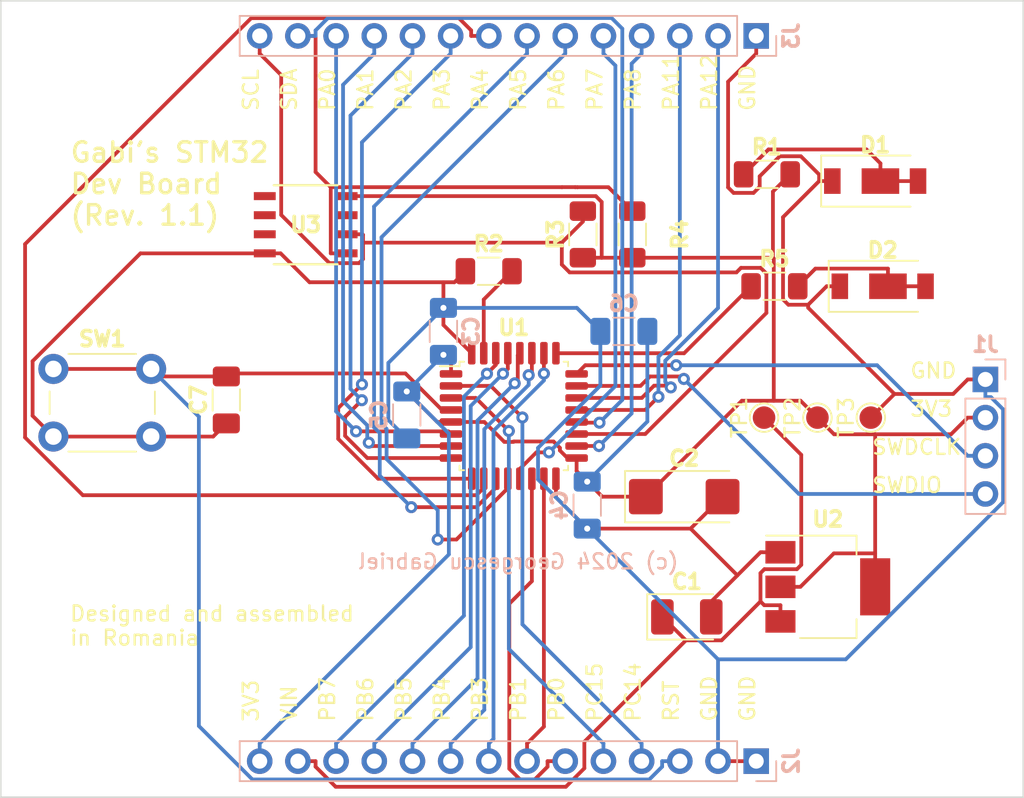
<source format=kicad_pcb>
(kicad_pcb (version 20221018) (generator pcbnew)
  (title_block (title "Gabi's STM32 Dev Board") (date "2024-04-07") (rev "1.0"))
  (layers (0 "F.Cu" signal) (31 "B.Cu" signal) (34 "B.Paste" user) (35 "F.Paste" user) (36 "B.SilkS" user "B.Silkscreen") (37 "F.SilkS" user "F.Silkscreen") (38 "B.Mask" user) (39 "F.Mask" user) (44 "Edge.Cuts" user))
  (net 0 "")
  (net 1 "VIN")
  (net 2 "GND")
  (net 3 "+3.3V")
  (net 4 "NRST")
  (net 5 "Net-(D1-A)")
  (net 6 "Net-(D2-A)")
  (net 7 "SWDCLK")
  (net 8 "SWDIO")
  (net 9 "Net-(J2-Pin_4)")
  (net 10 "Net-(J2-Pin_5)")
  (net 11 "Net-(J2-Pin_6)")
  (net 12 "Net-(J2-Pin_7)")
  (net 13 "Net-(J2-Pin_8)")
  (net 14 "Net-(J2-Pin_9)")
  (net 15 "Net-(J2-Pin_10)")
  (net 16 "Net-(J2-Pin_11)")
  (net 17 "Net-(J2-Pin_12)")
  (net 18 "PA12")
  (net 19 "PA11")
  (net 20 "PA8")
  (net 21 "PA7")
  (net 22 "PA6")
  (net 23 "Net-(J3-Pin_7)")
  (net 24 "Net-(J3-Pin_8)")
  (net 25 "Net-(J3-Pin_9)")
  (net 26 "Net-(J3-Pin_10)")
  (net 27 "Net-(J3-Pin_11)")
  (net 28 "Net-(J3-Pin_12)")
  (net 29 "SDA")
  (net 30 "SCL")
  (net 31 "Net-(U1-PH3)")
  (net 32 "Net-(U1-PA15)")
  (footprint "Resistor_SMD:R_1206_3216Metric_Pad1.30x1.75mm_HandSolder" (layer "F.Cu") (at 130.71 66.55 90)
    (fp_text reference "R3")
    (fp_text value "2k2" hide)
  )
  (footprint "TestPoint:TestPoint_Pad_D1.5mm" (layer "F.Cu") (at 142.76 78.74 90)
    (fp_text reference "TP1")
    (fp_text value "VIN_TP" hide)
  )
  (footprint "ST EEPROM:SO8N_4X5X1P27_STM" (layer "F.Cu") (at 112.2787 65.905)
    (fp_text reference "U3")
    (fp_text value "M24256E-FMN6TP" hide)
  )
  (footprint "Resistor_SMD:R_1206_3216Metric_Pad1.30x1.75mm_HandSolder" (layer "F.Cu") (at 124.45 69)
    (fp_text reference "R2")
    (fp_text value "10k" hide)
  )
  (footprint "Capacitor_SMD:C_1206_3216Metric_Pad1.33x1.80mm_HandSolder" (layer "F.Cu") (at 107 77.5625 90)
    (fp_text reference "C7")
    (fp_text value "100n" hide)
  )
  (footprint "Resistor_SMD:R_1206_3216Metric_Pad1.30x1.75mm_HandSolder" (layer "F.Cu") (at 143.45 70)
    (fp_text reference "R5")
    (fp_text value "220R" hide)
  )
  (footprint "TestPoint:TestPoint_Pad_D1.5mm" (layer "F.Cu") (at 146.31 78.74 90)
    (fp_text reference "TP2")
    (fp_text value "3V3_TP" hide)
  )
  (footprint "Capacitor_Tantalum_SMD:CP_EIA-3528-21_Kemet-B_Pad1.50x2.35mm_HandSolder" (layer "F.Cu") (at 137.625 92)
    (fp_text reference "C1")
    (fp_text value "10uF" hide)
  )
  (footprint "TestPoint:TestPoint_Pad_D1.5mm" (layer "F.Cu") (at 149.86 78.74 90)
    (fp_text reference "TP3")
    (fp_text value "GND_TP" hide)
  )
  (footprint "Resistor_SMD:R_1206_3216Metric_Pad1.30x1.75mm_HandSolder" (layer "F.Cu") (at 142.95 62.55)
    (fp_text reference "R1")
    (fp_text value "220R" hide)
  )
  (footprint "Package_TO_SOT_SMD:SOT-223-3_TabPin2" (layer "F.Cu") (at 147 90)
    (fp_text reference "U2")
    (fp_text value "AMS1117-3.3" hide)
  )
  (footprint "Capacitor_Tantalum_SMD:CP_EIA-6032-28_Kemet-C_Pad2.25x2.35mm_HandSolder" (layer "F.Cu") (at 137.45 84)
    (fp_text reference "C2")
    (fp_text value "22uF" hide)
  )
  (footprint "LED_SMD:LED_Yuji_5730" (layer "F.Cu") (at 150.15 63)
    (fp_text reference "D1")
    (fp_text value "GREEN_LED" hide)
  )
  (footprint "Button_Switch_THT:SW_PUSH_6mm_H9.5mm" (layer "F.Cu") (at 95.5 75.5)
    (fp_text reference "SW1")
    (fp_text value "RST_SW")
  )
  (footprint "Package_QFP:LQFP-32_7x7mm_P0.8mm" (layer "F.Cu") (at 126.12 78.63)
    (fp_text reference "U1")
    (fp_text value "STM32L412KBTx" hide)
  )
  (footprint "Resistor_SMD:R_1206_3216Metric_Pad1.30x1.75mm_HandSolder" (layer "F.Cu") (at 134 66.55 90)
    (fp_text reference "R4")
    (fp_text value "2k2" hide)
  )
  (footprint "LED_SMD:LED_Yuji_5730" (layer "F.Cu") (at 150.65 70)
    (fp_text reference "D2")
    (fp_text value "LED" hide)
  )
  (footprint "Connector_PinHeader_2.54mm:PinHeader_1x14_P2.54mm_Vertical" (layer "B.Cu") (at 142.24 101.6 90)
    (fp_text reference "J2")
    (fp_text value "Left_conn" hide)
  )
  (footprint "Connector_PinHeader_2.54mm:PinHeader_1x14_P2.54mm_Vertical" (layer "B.Cu") (at 142.24 53.34 90)
    (fp_text reference "J3")
    (fp_text value "Right_conn" hide)
  )
  (footprint "Capacitor_SMD:C_1206_3216Metric_Pad1.33x1.80mm_HandSolder" (layer "B.Cu") (at 119 78.5625 -90)
    (fp_text reference "C5")
    (fp_text value "100n" hide)
  )
  (footprint "Capacitor_SMD:C_1206_3216Metric_Pad1.33x1.80mm_HandSolder" (layer "B.Cu") (at 121.4375 73 90)
    (fp_text reference "C3")
    (fp_text value "100n" hide)
  )
  (footprint "Capacitor_SMD:C_1206_3216Metric_Pad1.33x1.80mm_HandSolder" (layer "B.Cu") (at 131 84.5625 -90)
    (fp_text reference "C4")
    (fp_text value "100n" hide)
  )
  (footprint "Capacitor_SMD:C_1206_3216Metric_Pad1.33x1.80mm_HandSolder" (layer "B.Cu") (at 133.4375 73 180)
    (fp_text reference "C6")
    (fp_text value "4.7u" hide)
  )
  (footprint "Connector_PinHeader_2.54mm:PinHeader_1x04_P2.54mm_Vertical" (layer "B.Cu") (at 157.48 76.2 180)
    (fp_text reference "J1")
    (fp_text value "Debug_Header" hide)
  )
  (gr_rect (start 92 51) (end 160 104) (stroke (width 0.1)) (fill none) (layer "Edge.Cuts"))
  (gr_text "(c) 2024 Georgescu Gabriel" (at 137.16 88.9) (layer "B.SilkS") (effects (font (size 1 1) (thickness 0.155)) (justify left bottom mirror)))
  (gr_text "PA0" (at 114.3 58.42 90) (layer "F.SilkS") (effects (font (size 1 1) (thickness 0.153)) (justify left bottom)))
  (gr_text "PA8" (at 134.62 58.42 90) (layer "F.SilkS") (effects (font (size 1 1) (thickness 0.153)) (justify left bottom)))
  (gr_text "PA1" (at 116.84 58.42 90) (layer "F.SilkS") (effects (font (size 1 1) (thickness 0.153)) (justify left bottom)))
  (gr_text "PA5" (at 127 58.42 90) (layer "F.SilkS") (effects (font (size 1 1) (thickness 0.153)) (justify left bottom)))
  (gr_text "PA2" (at 119.38 58.42 90) (layer "F.SilkS") (effects (font (size 1 1) (thickness 0.153)) (justify left bottom)))
  (gr_text "PA11" (at 137.16 58.42 90) (layer "F.SilkS") (effects (font (size 1 1) (thickness 0.153)) (justify left bottom)))
  (gr_text "PB7" (at 114.3 99.06 90) (layer "F.SilkS") (effects (font (size 1 1) (thickness 0.153)) (justify left bottom)))
  (gr_text "PA3" (at 121.92 58.42 90) (layer "F.SilkS") (effects (font (size 1 1) (thickness 0.153)) (justify left bottom)))
  (gr_text "PA4" (at 124.46 58.42 90) (layer "F.SilkS") (effects (font (size 1 1) (thickness 0.153)) (justify left bottom)))
  (gr_text "PB4" (at 121.92 99.06 90) (layer "F.SilkS") (effects (font (size 1 1) (thickness 0.153)) (justify left bottom)))
  (gr_text "SCL" (at 109.22 58.42 90) (layer "F.SilkS") (effects (font (size 1 1) (thickness 0.153)) (justify left bottom)))
  (gr_text "Designed and assembled \nin Romania" (at 96.52 93.98) (layer "F.SilkS") (effects (font (size 1 1) (thickness 0.155)) (justify left bottom)))
  (gr_text "GND" (at 139.7 99.06 90) (layer "F.SilkS") (effects (font (size 1 1) (thickness 0.153)) (justify left bottom)))
  (gr_text "3V3" (at 152.4 78.74) (layer "F.SilkS") (effects (font (size 1 1) (thickness 0.153)) (justify left bottom)))
  (gr_text "PA7" (at 132.08 58.42 90) (layer "F.SilkS") (effects (font (size 1 1) (thickness 0.153)) (justify left bottom)))
  (gr_text "SWDIO" (at 149.86 83.82) (layer "F.SilkS") (effects (font (size 1 1) (thickness 0.153)) (justify left bottom)))
  (gr_text "PB1" (at 127 99.06 90) (layer "F.SilkS") (effects (font (size 1 1) (thickness 0.153)) (justify left bottom)))
  (gr_text "PB5" (at 119.38 99.06 90) (layer "F.SilkS") (effects (font (size 1 1) (thickness 0.153)) (justify left bottom)))
  (gr_text "PB6" (at 116.84 99.06 90) (layer "F.SilkS") (effects (font (size 1 1) (thickness 0.153)) (justify left bottom)))
  (gr_text "Gabi's STM32 \nDev Board \n(Rev. 1.1)" (at 96.52 66.04) (layer "F.SilkS") (effects (font (size 1.3 1.3) (thickness 0.22) bold) (justify left bottom)))
  (gr_text "SDA" (at 111.76 58.42 90) (layer "F.SilkS") (effects (font (size 1 1) (thickness 0.153)) (justify left bottom)))
  (gr_text "GND" (at 142.24 99.06 90) (layer "F.SilkS") (effects (font (size 1 1) (thickness 0.153)) (justify left bottom)))
  (gr_text "RST" (at 137.16 99.06 90) (layer "F.SilkS") (effects (font (size 1 1) (thickness 0.154)) (justify left bottom)))
  (gr_text "PB3" (at 124.46 99.06 90) (layer "F.SilkS") (effects (font (size 1 1) (thickness 0.153)) (justify left bottom)))
  (gr_text "GND" (at 152.4 76.2) (layer "F.SilkS") (effects (font (size 1 1) (thickness 0.153)) (justify left bottom)))
  (gr_text "VIN" (at 111.76 99.06 90) (layer "F.SilkS") (effects (font (size 1 1) (thickness 0.153)) (justify left bottom)))
  (gr_text "PB0" (at 129.54 99.06 90) (layer "F.SilkS") (effects (font (size 1 1) (thickness 0.153)) (justify left bottom)))
  (gr_text "PA12" (at 139.7 58.42 90) (layer "F.SilkS") (effects (font (size 1 1) (thickness 0.153)) (justify left bottom)))
  (gr_text "PC14" (at 134.62 99.06 90) (layer "F.SilkS") (effects (font (size 1 1) (thickness 0.153)) (justify left bottom)))
  (gr_text "PC15" (at 132.08 99.06 90) (layer "F.SilkS") (effects (font (size 1 1) (thickness 0.153)) (justify left bottom)))
  (gr_text "SWDCLK" (at 149.86 81.28) (layer "F.SilkS") (effects (font (size 1 1) (thickness 0.153)) (justify left bottom)))
  (gr_text "PA6" (at 129.54 58.42 90) (layer "F.SilkS") (effects (font (size 1 1) (thickness 0.153)) (justify left bottom)))
  (gr_text "3V3" (at 109.22 99.06 90) (layer "F.SilkS") (effects (font (size 1 1) (thickness 0.153)) (justify left bottom)))
  (gr_text "GND" (at 142.24 58.42 90) (layer "F.SilkS") (effects (font (size 1 1) (thickness 0.153)) (justify left bottom)))
  (segment (start 112.9369 101.6) (end 112.9369 101.9678) (width 0.25) (layer "F.Cu") (net 1))
  (segment (start 142.5231 90.9731) (end 142.5231 89.0853) (width 0.25) (layer "F.Cu") (net 1))
  (segment (start 142.7731 91.2231) (end 142.5231 90.9731) (width 0.25) (layer "F.Cu") (net 1))
  (segment (start 143.85 91.2231) (end 142.7731 91.2231) (width 0.25) (layer "F.Cu") (net 1))
  (segment (start 112.9369 101.9678) (end 114.2737 103.3046) (width 0.25) (layer "F.Cu") (net 1))
  (segment (start 137.5607 93.5607) (end 139.9355 93.5607) (width 0.25) (layer "F.Cu") (net 1))
  (segment (start 129.5795 103.3046) (end 130.81 102.0741) (width 0.25) (layer "F.Cu") (net 1))
  (segment (start 143.85 92.3) (end 143.85 91.2231) (width 0.25) (layer "F.Cu") (net 1))
  (segment (start 114.2737 103.3046) (end 129.5795 103.3046) (width 0.25) (layer "F.Cu") (net 1))
  (segment (start 111.76 101.6) (end 112.9369 101.6) (width 0.25) (layer "F.Cu") (net 1))
  (segment (start 145.2346 81.2146) (end 142.76 78.74) (width 0.25) (layer "F.Cu") (net 1))
  (segment (start 130.81 102.0741) (end 130.81 100.3114) (width 0.25) (layer "F.Cu") (net 1))
  (segment (start 145.2346 88.5357) (end 145.2346 81.2146) (width 0.25) (layer "F.Cu") (net 1))
  (segment (start 144.9457 88.8246) (end 145.2346 88.5357) (width 0.25) (layer "F.Cu") (net 1))
  (segment (start 142.5231 89.0853) (end 142.7838 88.8246) (width 0.25) (layer "F.Cu") (net 1))
  (segment (start 142.7838 88.8246) (end 144.9457 88.8246) (width 0.25) (layer "F.Cu") (net 1))
  (segment (start 130.81 100.3114) (end 137.5607 93.5607) (width 0.25) (layer "F.Cu") (net 1))
  (segment (start 139.9355 93.5607) (end 142.5231 90.9731) (width 0.25) (layer "F.Cu") (net 1))
  (segment (start 136 92) (end 137.5607 93.5607) (width 0.25) (layer "F.Cu") (net 1))
  (segment (start 146.4231 62.5624) (end 146.4231 63) (width 0.25) (layer "F.Cu") (net 2))
  (segment (start 123.32 74.455) (end 121.438 72.5725) (width 0.25) (layer "F.Cu") (net 2))
  (segment (start 145.6952 71.4287) (end 151.4332 77.1667) (width 0.25) (layer "F.Cu") (net 2))
  (segment (start 101.2906 67.81) (end 94.118 74.9826) (width 0.25) (layer "F.Cu") (net 2))
  (segment (start 144.022 65.4011) (end 146.4231 63) (width 0.25) (layer "F.Cu") (net 2))
  (segment (start 144.3776 71.2279) (end 144.022 70.8723) (width 0.25) (layer "F.Cu") (net 2))
  (segment (start 145.6952 71.2279) (end 145.6952 71.4287) (width 0.25) (layer "F.Cu") (net 2))
  (segment (start 121.438 72.5725) (end 121.438 71.4375) (width 0.25) (layer "F.Cu") (net 2))
  (segment (start 121.438 69.731) (end 121.438 71.4375) (width 0.25) (layer "F.Cu") (net 2))
  (segment (start 122.9 69) (end 122.169 69.731) (width 0.25) (layer "F.Cu") (net 2))
  (segment (start 145.6952 71.2279) (end 146.9231 70) (width 0.25) (layer "F.Cu") (net 2))
  (segment (start 151.4332 77.1667) (end 151.4332 77.1668) (width 0.25) (layer "F.Cu") (net 2))
  (segment (start 140.3687 56.3882) (end 140.3687 63.4219) (width 0.25) (layer "F.Cu") (net 2))
  (segment (start 143.85 87.7) (end 142.6365 87.7) (width 0.25) (layer "F.Cu") (net 2))
  (segment (start 139.25 90.9746) (end 139.25 92) (width 0.25) (layer "F.Cu") (net 2))
  (segment (start 140 84) (end 137.875 86.125) (width 0.25) (layer "F.Cu") (net 2))
  (segment (start 131 86.125) (end 137.875 86.125) (width 0.25) (layer "F.Cu") (net 2))
  (segment (start 109.5574 67.81) (end 110.6117 67.81) (width 0.25) (layer "F.Cu") (net 2))
  (segment (start 139.7 101.6) (end 142.24 101.6) (width 0.25) (layer "F.Cu") (net 2))
  (segment (start 140.3687 63.4219) (end 140.7334 63.7866) (width 0.25) (layer "F.Cu") (net 2))
  (segment (start 107 79.125) (end 106.125 80) (width 0.25) (layer "F.Cu") (net 2))
  (segment (start 142.4709 62.6805) (end 143.8043 61.3471) (width 0.25) (layer "F.Cu") (net 2))
  (segment (start 157.48 76.2) (end 156.3031 76.2) (width 0.25) (layer "F.Cu") (net 2))
  (segment (start 109.5574 67.81) (end 101.2906 67.81) (width 0.25) (layer "F.Cu") (net 2))
  (segment (start 143.8043 61.3471) (end 145.2078 61.3471) (width 0.25) (layer "F.Cu") (net 2))
  (segment (start 102 80) (end 95.5 80) (width 0.25) (layer "F.Cu") (net 2))
  (segment (start 144.022 70.8723) (end 144.022 65.4011) (width 0.25) (layer "F.Cu") (net 2))
  (segment (start 121.438 69.731) (end 112.5327 69.731) (width 0.25) (layer "F.Cu") (net 2))
  (segment (start 145.6952 71.2279) (end 144.3776 71.2279) (width 0.25) (layer "F.Cu") (net 2))
  (segment (start 151.4332 77.1667) (end 155.3364 77.1667) (width 0.25) (layer "F.Cu") (net 2))
  (segment (start 145.2078 61.3471) (end 146.4231 62.5624) (width 0.25) (layer "F.Cu") (net 2))
  (segment (start 142.5246 87.7) (end 140.9873 89.2373) (width 0.25) (layer "F.Cu") (net 2))
  (segment (start 106.125 80) (end 102 80) (width 0.25) (layer "F.Cu") (net 2))
  (segment (start 140.7334 63.7866) (end 142.0606 63.7866) (width 0.25) (layer "F.Cu") (net 2))
  (segment (start 112.5327 69.731) (end 110.6117 67.81) (width 0.25) (layer "F.Cu") (net 2))
  (segment (start 94.118 74.9826) (end 94.118 78.618) (width 0.25) (layer "F.Cu") (net 2))
  (segment (start 142.0606 63.7866) (end 142.4709 63.3763) (width 0.25) (layer "F.Cu") (net 2))
  (segment (start 147.8 70) (end 146.9231 70) (width 0.25) (layer "F.Cu") (net 2))
  (segment (start 147.3 63) (end 146.4231 63) (width 0.25) (layer "F.Cu") (net 2))
  (segment (start 142.24 53.34) (end 142.24 54.5169) (width 0.25) (layer "F.Cu") (net 2))
  (segment (start 142.24 54.5169) (end 140.3687 56.3882) (width 0.25) (layer "F.Cu") (net 2))
  (segment (start 151.4332 77.1668) (end 149.86 78.74) (width 0.25) (layer "F.Cu") (net 2))
  (segment (start 140.9873 89.2373) (end 139.25 90.9746) (width 0.25) (layer "F.Cu") (net 2))
  (segment (start 155.3364 77.1667) (end 156.3031 76.2) (width 0.25) (layer "F.Cu") (net 2))
  (segment (start 128.92 84.045) (end 131 86.125) (width 0.25) (layer "F.Cu") (net 2))
  (segment (start 137.875 86.125) (end 140.9873 89.2373) (width 0.25) (layer "F.Cu") (net 2))
  (segment (start 94.118 78.618) (end 95.5 80) (width 0.25) (layer "F.Cu") (net 2))
  (segment (start 122.169 69.731) (end 121.438 69.731) (width 0.25) (layer "F.Cu") (net 2))
  (segment (start 142.6365 87.7) (end 142.5246 87.7) (width 0.25) (layer "F.Cu") (net 2))
  (segment (start 128.92 82.805) (end 128.92 84.045) (width 0.25) (layer "F.Cu") (net 2))
  (segment (start 142.4709 63.3763) (end 142.4709 62.6805) (width 0.25) (layer "F.Cu") (net 2))
  (via (at 121.438 71.4375) (size 0.8) (drill 0.4) (layers "F.Cu" "B.Cu") (net 2))
  (via (at 131 86.125) (size 0.8) (drill 0.4) (layers "F.Cu" "B.Cu") (net 2))
  (segment (start 117.775 78.9) (end 117.775 75.1) (width 0.25) (layer "B.Cu") (net 2))
  (segment (start 131.875 73) (end 130.312 71.4375) (width 0.25) (layer "B.Cu") (net 2))
  (segment (start 157.8479 77.3769) (end 157.48 77.3769) (width 0.25) (layer "B.Cu") (net 2))
  (segment (start 119 80.125) (end 117.775 78.9) (width 0.25) (layer "B.Cu") (net 2))
  (segment (start 127.7302 82.8552) (end 127.7302 80.751) (width 0.25) (layer "B.Cu") (net 2))
  (segment (start 158.6569 78.1859) (end 157.8479 77.3769) (width 0.25) (layer "B.Cu") (net 2))
  (segment (start 157.48 76.2) (end 157.48 77.3769) (width 0.25) (layer "B.Cu") (net 2))
  (segment (start 139.7 101.6) (end 139.7 100.4231) (width 0.25) (layer "B.Cu") (net 2))
  (segment (start 127.7302 80.751) (end 131.875 76.6062) (width 0.25) (layer "B.Cu") (net 2))
  (segment (start 121.4375 71.4375) (end 121.438 71.4375) (width 0.25) (layer "B.Cu") (net 2))
  (segment (start 158.6569 84.3629) (end 158.6569 78.1859) (width 0.25) (layer "B.Cu") (net 2))
  (segment (start 139.7 100.4231) (end 139.7 94.825) (width 0.25) (layer "B.Cu") (net 2))
  (segment (start 139.7 94.825) (end 148.1948 94.825) (width 0.25) (layer "B.Cu") (net 2))
  (segment (start 131.875 76.6062) (end 131.875 73) (width 0.25) (layer "B.Cu") (net 2))
  (segment (start 139.7 94.825) (end 131 86.125) (width 0.25) (layer "B.Cu") (net 2))
  (segment (start 117.775 75.1) (end 121.438 71.4375) (width 0.25) (layer "B.Cu") (net 2))
  (segment (start 148.1948 94.825) (end 158.6569 84.3629) (width 0.25) (layer "B.Cu") (net 2))
  (segment (start 131 86.125) (end 127.7302 82.8552) (width 0.25) (layer "B.Cu") (net 2))
  (segment (start 130.312 71.4375) (end 121.438 71.4375) (width 0.25) (layer "B.Cu") (net 2))
  (segment (start 150.15 79.8486) (end 150.15 87.7731) (width 0.25) (layer "F.Cu") (net 3))
  (segment (start 143.4064 77.6182) (end 145.1882 77.6182) (width 0.25) (layer "F.Cu") (net 3))
  (segment (start 145.1882 77.6182) (end 146.31 78.74) (width 0.25) (layer "F.Cu") (net 3))
  (segment (start 150.15 90) (end 150.15 87.7731) (width 0.25) (layer "F.Cu") (net 3))
  (segment (start 125.487 80.3557) (end 124.1613 79.03) (width 0.25) (layer "F.Cu") (net 3))
  (segment (start 128.7583 80.3266) (end 126.1182 80.3266) (width 0.25) (layer "F.Cu") (net 3))
  (segment (start 150.15 79.8486) (end 155.1945 79.8486) (width 0.25) (layer "F.Cu") (net 3))
  (segment (start 130.295 81.43) (end 130.295 82.295) (width 0.25) (layer "F.Cu") (net 3))
  (segment (start 130.295 81.43) (end 129.688 81.43) (width 0.25) (layer "F.Cu") (net 3))
  (segment (start 121.03 79.03) (end 119 77) (width 0.25) (layer "F.Cu") (net 3))
  (segment (start 126.0891 80.3557) (end 125.487 80.3557) (width 0.25) (layer "F.Cu") (net 3))
  (segment (start 131.5729 64) (end 115.0001 64) (width 0.25) (layer "F.Cu") (net 3))
  (segment (start 147.4038 87.7731) (end 145.1769 90) (width 0.25) (layer "F.Cu") (net 3))
  (segment (start 146.31 78.74) (end 147.4186 79.8486) (width 0.25) (layer "F.Cu") (net 3))
  (segment (start 129.1841 80.9261) (end 129.1841 80.7524) (width 0.25) (layer "F.Cu") (net 3))
  (segment (start 132 84) (end 134.9 84) (width 0.25) (layer "F.Cu") (net 3))
  (segment (start 147.4186 79.8486) (end 150.15 79.8486) (width 0.25) (layer "F.Cu") (net 3))
  (segment (start 126.1182 80.3266) (end 126.0891 80.3557) (width 0.25) (layer "F.Cu") (net 3))
  (segment (start 131 83) (end 132 84) (width 0.25) (layer "F.Cu") (net 3))
  (segment (start 134.9 84) (end 141.2818 77.6182) (width 0.25) (layer "F.Cu") (net 3))
  (segment (start 121.945 75.07) (end 121.438 74.5625) (width 0.25) (layer "F.Cu") (net 3))
  (segment (start 141.2818 77.6182) (end 143.4064 77.6182) (width 0.25) (layer "F.Cu") (net 3))
  (segment (start 131.9639 64.391) (end 131.5729 64) (width 0.25) (layer "F.Cu") (net 3))
  (segment (start 131.9639 68.1) (end 131.9639 64.391) (width 0.25) (layer "F.Cu") (net 3))
  (segment (start 129.688 81.43) (end 129.1841 80.9261) (width 0.25) (layer "F.Cu") (net 3))
  (segment (start 143.3513 63.6987) (end 144.5 62.55) (width 0.25) (layer "F.Cu") (net 3))
  (segment (start 143.3513 68.1) (end 143.3513 63.6987) (width 0.25) (layer "F.Cu") (net 3))
  (segment (start 124.1613 79.03) (end 121.945 79.03) (width 0.25) (layer "F.Cu") (net 3))
  (segment (start 121.945 79.03) (end 121.03 79.03) (width 0.25) (layer "F.Cu") (net 3))
  (segment (start 131.9639 68.1) (end 130.71 68.1) (width 0.25) (layer "F.Cu") (net 3))
  (segment (start 129.1841 80.7524) (end 128.7583 80.3266) (width 0.25) (layer "F.Cu") (net 3))
  (segment (start 143.3513 68.1) (end 134 68.1) (width 0.25) (layer "F.Cu") (net 3))
  (segment (start 150.15 87.7731) (end 147.4038 87.7731) (width 0.25) (layer "F.Cu") (net 3))
  (segment (start 143.85 90) (end 145.1769 90) (width 0.25) (layer "F.Cu") (net 3))
  (segment (start 134 68.1) (end 131.9639 68.1) (width 0.25) (layer "F.Cu") (net 3))
  (segment (start 155.1945 79.8486) (end 156.3031 78.74) (width 0.25) (layer "F.Cu") (net 3))
  (segment (start 130.295 82.295) (end 131 83) (width 0.25) (layer "F.Cu") (net 3))
  (segment (start 143.4064 68.1551) (end 143.4064 77.6182) (width 0.25) (layer "F.Cu") (net 3))
  (segment (start 121.945 75.83) (end 121.945 75.07) (width 0.25) (layer "F.Cu") (net 3))
  (segment (start 157.48 78.74) (end 156.3031 78.74) (width 0.25) (layer "F.Cu") (net 3))
  (segment (start 143.3513 68.1) (end 143.4064 68.1551) (width 0.25) (layer "F.Cu") (net 3))
  (via (at 131 83) (size 0.8) (drill 0.4) (layers "F.Cu" "B.Cu") (net 3))
  (via (at 121.438 74.5625) (size 0.8) (drill 0.4) (layers "F.Cu" "B.Cu") (net 3))
  (via (at 119 77) (size 0.8) (drill 0.4) (layers "F.Cu" "B.Cu") (net 3))
  (segment (start 119 77) (end 121.7993 79.7993) (width 0.25) (layer "B.Cu") (net 3))
  (segment (start 119 77) (end 121.4375 74.5625) (width 0.25) (layer "B.Cu") (net 3))
  (segment (start 121.438 74.5625) (end 121.4375 74.5625) (width 0.25) (layer "B.Cu") (net 3))
  (segment (start 109.22 101.6) (end 109.22 100.4231) (width 0.25) (layer "B.Cu") (net 3))
  (segment (start 121.7993 79.7993) (end 121.7993 87.8438) (width 0.25) (layer "B.Cu") (net 3))
  (segment (start 131 83) (end 135 79) (width 0.25) (layer "B.Cu") (net 3))
  (segment (start 121.7993 87.8438) (end 109.22 100.4231) (width 0.25) (layer "B.Cu") (net 3))
  (segment (start 135 79) (end 135 73) (width 0.25) (layer "B.Cu") (net 3))
  (segment (start 118.9124 75.8003) (end 107.1997 75.8003) (width 0.25) (layer "F.Cu") (net 4))
  (segment (start 121.945 78.23) (end 121.3421 78.23) (width 0.25) (layer "F.Cu") (net 4))
  (segment (start 121.3421 78.23) (end 118.9124 75.8003) (width 0.25) (layer "F.Cu") (net 4))
  (segment (start 107 76) (end 102.5 76) (width 0.25) (layer "F.Cu") (net 4))
  (segment (start 107.1997 75.8003) (end 107 76) (width 0.25) (layer "F.Cu") (net 4))
  (segment (start 102 75.5) (end 95.5 75.5) (width 0.25) (layer "F.Cu") (net 4))
  (segment (start 102.5 76) (end 102 75.5) (width 0.25) (layer "F.Cu") (net 4))
  (segment (start 135.9831 101.9678) (end 135.1323 102.8186) (width 0.25) (layer "B.Cu") (net 4))
  (segment (start 105.1747 78.6746) (end 105.1746 78.6746) (width 0.25) (layer "B.Cu") (net 4))
  (segment (start 135.1323 102.8186) (end 108.7345 102.8186) (width 0.25) (layer "B.Cu") (net 4))
  (segment (start 105.1746 78.6746) (end 102 75.5) (width 0.25) (layer "B.Cu") (net 4))
  (segment (start 108.7345 102.8186) (end 105.1747 99.2588) (width 0.25) (layer "B.Cu") (net 4))
  (segment (start 137.16 101.6) (end 135.9831 101.6) (width 0.25) (layer "B.Cu") (net 4))
  (segment (start 135.9831 101.6) (end 135.9831 101.9678) (width 0.25) (layer "B.Cu") (net 4))
  (segment (start 105.1747 99.2588) (end 105.1747 78.6746) (width 0.25) (layer "B.Cu") (net 4))
  (segment (start 153 63) (end 150.5 63) (width 0.25) (layer "F.Cu") (net 5))
  (segment (start 150.5 61.8231) (end 149.5721 60.8952) (width 0.25) (layer "F.Cu") (net 5))
  (segment (start 149.5721 60.8952) (end 143.0548 60.8952) (width 0.25) (layer "F.Cu") (net 5))
  (segment (start 150.5 63) (end 150.5 61.8231) (width 0.25) (layer "F.Cu") (net 5))
  (segment (start 143.0548 60.8952) (end 141.4 62.55) (width 0.25) (layer "F.Cu") (net 5))
  (segment (start 151 70) (end 151 68.8231) (width 0.25) (layer "F.Cu") (net 6))
  (segment (start 146.1769 68.8231) (end 145 70) (width 0.25) (layer "F.Cu") (net 6))
  (segment (start 151 68.8231) (end 146.1769 68.8231) (width 0.25) (layer "F.Cu") (net 6))
  (segment (start 153.5 70) (end 151 70) (width 0.25) (layer "F.Cu") (net 6))
  (segment (start 130.8694 75.2556) (end 130.295 75.83) (width 0.25) (layer "F.Cu") (net 7))
  (segment (start 136.9182 75.2556) (end 130.8694 75.2556) (width 0.25) (layer "F.Cu") (net 7))
  (via (at 136.9182 75.2556) (size 0.8) (drill 0.4) (layers "F.Cu" "B.Cu") (net 7))
  (segment (start 157.48 81.28) (end 156.3031 81.28) (width 0.25) (layer "B.Cu") (net 7))
  (segment (start 150.2787 75.2556) (end 136.9182 75.2556) (width 0.25) (layer "B.Cu") (net 7))
  (segment (start 156.3031 81.28) (end 150.2787 75.2556) (width 0.25) (layer "B.Cu") (net 7))
  (segment (start 135.1722 76.0014) (end 134.5436 76.63) (width 0.25) (layer "F.Cu") (net 8))
  (segment (start 137.2614 76.0014) (end 135.1722 76.0014) (width 0.25) (layer "F.Cu") (net 8))
  (segment (start 134.5436 76.63) (end 130.295 76.63) (width 0.25) (layer "F.Cu") (net 8))
  (segment (start 137.4254 76.1654) (end 137.2614 76.0014) (width 0.25) (layer "F.Cu") (net 8))
  (via (at 137.4254 76.1654) (size 0.8) (drill 0.4) (layers "F.Cu" "B.Cu") (net 8))
  (segment (start 145.08 83.82) (end 137.4254 76.1654) (width 0.25) (layer "B.Cu") (net 8))
  (segment (start 157.48 83.82) (end 145.08 83.82) (width 0.25) (layer "B.Cu") (net 8))
  (segment (start 124.5895 76.63) (end 126.6907 78.7312) (width 0.25) (layer "F.Cu") (net 9))
  (segment (start 121.945 76.63) (end 124.5895 76.63) (width 0.25) (layer "F.Cu") (net 9))
  (via (at 126.6907 78.7312) (size 0.8) (drill 0.4) (layers "F.Cu" "B.Cu") (net 9))
  (segment (start 134.62 100.4231) (end 126.6907 92.4938) (width 0.25) (layer "B.Cu") (net 9))
  (segment (start 134.62 101.6) (end 134.62 100.4231) (width 0.25) (layer "B.Cu") (net 9))
  (segment (start 126.6907 92.4938) (end 126.6907 78.7312) (width 0.25) (layer "B.Cu") (net 9))
  (segment (start 125.788 79.6288) (end 123.5892 77.43) (width 0.25) (layer "F.Cu") (net 10))
  (segment (start 123.5892 77.43) (end 121.945 77.43) (width 0.25) (layer "F.Cu") (net 10))
  (via (at 125.788 79.6288) (size 0.8) (drill 0.4) (layers "F.Cu" "B.Cu") (net 10))
  (segment (start 132.08 100.4231) (end 125.788 94.1311) (width 0.25) (layer "B.Cu") (net 10))
  (segment (start 125.788 94.1311) (end 125.788 79.6288) (width 0.25) (layer "B.Cu") (net 10))
  (segment (start 132.08 101.6) (end 132.08 100.4231) (width 0.25) (layer "B.Cu") (net 10))
  (segment (start 129.54 101.6) (end 128.3631 101.6) (width 0.25) (layer "F.Cu") (net 11))
  (segment (start 128.3631 101.9678) (end 127.5145 102.8164) (width 0.25) (layer "F.Cu") (net 11))
  (segment (start 125.8186 91.1236) (end 127.32 89.6222) (width 0.25) (layer "F.Cu") (net 11))
  (segment (start 128.3631 101.6) (end 128.3631 101.9678) (width 0.25) (layer "F.Cu") (net 11))
  (segment (start 126.5311 102.8164) (end 125.8186 102.1039) (width 0.25) (layer "F.Cu") (net 11))
  (segment (start 125.8186 102.1039) (end 125.8186 91.1236) (width 0.25) (layer "F.Cu") (net 11))
  (segment (start 127.5145 102.8164) (end 126.5311 102.8164) (width 0.25) (layer "F.Cu") (net 11))
  (segment (start 127.32 89.6222) (end 127.32 82.805) (width 0.25) (layer "F.Cu") (net 11))
  (segment (start 127 100.4231) (end 128.12 99.3031) (width 0.25) (layer "F.Cu") (net 12))
  (segment (start 128.12 99.3031) (end 128.12 82.805) (width 0.25) (layer "F.Cu") (net 12))
  (segment (start 127 101.6) (end 127 100.4231) (width 0.25) (layer "F.Cu") (net 12))
  (segment (start 128.12 75.8091) (end 128.12 74.455) (width 0.25) (layer "F.Cu") (net 13))
  (via (at 128.12 75.8091) (size 0.8) (drill 0.4) (layers "F.Cu" "B.Cu") (net 13))
  (segment (start 124.46 100.4231) (end 124.7683 100.1148) (width 0.25) (layer "B.Cu") (net 13))
  (segment (start 124.46 101.6) (end 124.46 100.4231) (width 0.25) (layer "B.Cu") (net 13))
  (segment (start 128.12 76.2668) (end 128.12 75.8091) (width 0.25) (layer "B.Cu") (net 13))
  (segment (start 124.7683 79.6185) (end 128.12 76.2668) (width 0.25) (layer "B.Cu") (net 13))
  (segment (start 124.7683 100.1148) (end 124.7683 79.6185) (width 0.25) (layer "B.Cu") (net 13))
  (segment (start 127.32 74.455) (end 127.32 75.704) (width 0.25) (layer "F.Cu") (net 14))
  (segment (start 127.32 75.704) (end 127.1088 75.9152) (width 0.25) (layer "F.Cu") (net 14))
  (via (at 127.1088 75.9152) (size 0.8) (drill 0.4) (layers "F.Cu" "B.Cu") (net 14))
  (segment (start 124.1573 79.5125) (end 124.1573 98.1858) (width 0.25) (layer "B.Cu") (net 14))
  (segment (start 127.1088 76.561) (end 124.1573 79.5125) (width 0.25) (layer "B.Cu") (net 14))
  (segment (start 121.92 101.6) (end 121.92 100.4231) (width 0.25) (layer "B.Cu") (net 14))
  (segment (start 127.1088 75.9152) (end 127.1088 76.561) (width 0.25) (layer "B.Cu") (net 14))
  (segment (start 124.1573 98.1858) (end 121.92 100.4231) (width 0.25) (layer "B.Cu") (net 14))
  (segment (start 126.3819 76.2569) (end 126.1777 76.4611) (width 0.25) (layer "F.Cu") (net 15))
  (segment (start 126.3819 74.5931) (end 126.3819 76.2569) (width 0.25) (layer "F.Cu") (net 15))
  (segment (start 126.52 74.455) (end 126.3819 74.5931) (width 0.25) (layer "F.Cu") (net 15))
  (via (at 126.1777 76.4611) (size 0.8) (drill 0.4) (layers "F.Cu" "B.Cu") (net 15))
  (segment (start 123.7054 96.0977) (end 119.38 100.4231) (width 0.25) (layer "B.Cu") (net 15))
  (segment (start 123.7054 78.9334) (end 123.7054 96.0977) (width 0.25) (layer "B.Cu") (net 15))
  (segment (start 119.38 101.6) (end 119.38 100.4231) (width 0.25) (layer "B.Cu") (net 15))
  (segment (start 126.1777 76.4611) (end 123.7054 78.9334) (width 0.25) (layer "B.Cu") (net 15))
  (segment (start 125.72 75.4952) (end 125.3983 75.8169) (width 0.25) (layer "F.Cu") (net 16))
  (segment (start 125.72 74.455) (end 125.72 75.4952) (width 0.25) (layer "F.Cu") (net 16))
  (via (at 125.3983 75.8169) (size 0.8) (drill 0.4) (layers "F.Cu" "B.Cu") (net 16))
  (segment (start 123.2535 94.0096) (end 116.84 100.4231) (width 0.25) (layer "B.Cu") (net 16))
  (segment (start 116.84 101.6) (end 116.84 100.4231) (width 0.25) (layer "B.Cu") (net 16))
  (segment (start 125.3983 75.8169) (end 123.2535 77.9617) (width 0.25) (layer "B.Cu") (net 16))
  (segment (start 123.2535 77.9617) (end 123.2535 94.0096) (width 0.25) (layer "B.Cu") (net 16))
  (segment (start 124.92 75.23) (end 124.92 74.455) (width 0.25) (layer "F.Cu") (net 17))
  (segment (start 124.3332 75.8168) (end 124.92 75.23) (width 0.25) (layer "F.Cu") (net 17))
  (via (at 124.3332 75.8168) (size 0.8) (drill 0.4) (layers "F.Cu" "B.Cu") (net 17))
  (segment (start 122.8016 77.3484) (end 124.3332 75.8168) (width 0.25) (layer "B.Cu") (net 17))
  (segment (start 122.8016 91.9215) (end 122.8016 77.3484) (width 0.25) (layer "B.Cu") (net 17))
  (segment (start 114.3 100.4231) (end 122.8016 91.9215) (width 0.25) (layer "B.Cu") (net 17))
  (segment (start 114.3 101.6) (end 114.3 100.4231) (width 0.25) (layer "B.Cu") (net 17))
  (segment (start 135.4479 76.6119) (end 134.6298 77.43) (width 0.25) (layer "F.Cu") (net 18))
  (segment (start 136.4407 76.6119) (end 135.4479 76.6119) (width 0.25) (layer "F.Cu") (net 18))
  (segment (start 134.6298 77.43) (end 130.295 77.43) (width 0.25) (layer "F.Cu") (net 18))
  (segment (start 136.5571 76.7283) (end 136.4407 76.6119) (width 0.25) (layer "F.Cu") (net 18))
  (via (at 136.5571 76.7283) (size 0.8) (drill 0.4) (layers "F.Cu" "B.Cu") (net 18))
  (segment (start 139.7 71.4459) (end 136.1913 74.9546) (width 0.25) (layer "B.Cu") (net 18))
  (segment (start 139.7 53.34) (end 139.7 54.5169) (width 0.25) (layer "B.Cu") (net 18))
  (segment (start 136.1913 74.9546) (end 136.1913 76.3625) (width 0.25) (layer "B.Cu") (net 18))
  (segment (start 136.1913 76.3625) (end 136.5571 76.7283) (width 0.25) (layer "B.Cu") (net 18))
  (segment (start 139.7 54.5169) (end 139.7 71.4459) (width 0.25) (layer "B.Cu") (net 18))
  (segment (start 134.8577 78.23) (end 130.295 78.23) (width 0.25) (layer "F.Cu") (net 19))
  (segment (start 135.7374 77.3503) (end 134.8577 78.23) (width 0.25) (layer "F.Cu") (net 19))
  (via (at 135.7374 77.3503) (size 0.8) (drill 0.4) (layers "F.Cu" "B.Cu") (net 19))
  (segment (start 135.7374 74.6935) (end 135.7374 77.3503) (width 0.25) (layer "B.Cu") (net 19))
  (segment (start 137.16 54.5169) (end 137.16 73.2709) (width 0.25) (layer "B.Cu") (net 19))
  (segment (start 137.16 53.34) (end 137.16 54.5169) (width 0.25) (layer "B.Cu") (net 19))
  (segment (start 137.16 73.2709) (end 135.7374 74.6935) (width 0.25) (layer "B.Cu") (net 19))
  (segment (start 130.2975 80.6275) (end 130.295 80.63) (width 0.25) (layer "F.Cu") (net 20))
  (segment (start 131.7844 80.6275) (end 130.2975 80.6275) (width 0.25) (layer "F.Cu") (net 20))
  (via (at 131.7844 80.6275) (size 0.8) (drill 0.4) (layers "F.Cu" "B.Cu") (net 20))
  (segment (start 133.9546 78.4573) (end 131.7844 80.6275) (width 0.25) (layer "B.Cu") (net 20))
  (segment (start 134.62 53.34) (end 134.62 54.5169) (width 0.25) (layer "B.Cu") (net 20))
  (segment (start 134.62 54.5169) (end 133.9546 55.1823) (width 0.25) (layer "B.Cu") (net 20))
  (segment (start 133.9546 55.1823) (end 133.9546 78.4573) (width 0.25) (layer "B.Cu") (net 20))
  (segment (start 126.52 82.1502) (end 127.6167 81.0535) (width 0.25) (layer "F.Cu") (net 21))
  (segment (start 126.52 82.805) (end 126.52 82.1502) (width 0.25) (layer "F.Cu") (net 21))
  (segment (start 127.6167 81.0535) (end 128.4572 81.0535) (width 0.25) (layer "F.Cu") (net 21))
  (via (at 128.4572 81.0535) (size 0.8) (drill 0.4) (layers "F.Cu" "B.Cu") (net 21))
  (segment (start 132.8739 55.3108) (end 132.8739 76.6368) (width 0.25) (layer "B.Cu") (net 21))
  (segment (start 132.08 53.34) (end 132.08 54.5169) (width 0.25) (layer "B.Cu") (net 21))
  (segment (start 132.8739 76.6368) (end 128.4572 81.0535) (width 0.25) (layer "B.Cu") (net 21))
  (segment (start 132.08 54.5169) (end 132.8739 55.3108) (width 0.25) (layer "B.Cu") (net 21))
  (segment (start 125.72 83.4365) (end 125.72 82.805) (width 0.25) (layer "F.Cu") (net 22))
  (segment (start 121.0604 86.8494) (end 122.3071 86.8494) (width 0.25) (layer "F.Cu") (net 22))
  (segment (start 122.3071 86.8494) (end 125.72 83.4365) (width 0.25) (layer "F.Cu") (net 22))
  (via (at 121.0604 86.8494) (size 0.8) (drill 0.4) (layers "F.Cu" "B.Cu") (net 22))
  (segment (start 121.0604 84.8981) (end 117.6588 81.4965) (width 0.25) (layer "B.Cu") (net 22))
  (segment (start 117.3223 66.7346) (end 129.54 54.5169) (width 0.25) (layer "B.Cu") (net 22))
  (segment (start 129.54 53.34) (end 129.54 54.5169) (width 0.25) (layer "B.Cu") (net 22))
  (segment (start 117.6588 79.4906) (end 117.3223 79.1541) (width 0.25) (layer "B.Cu") (net 22))
  (segment (start 117.3223 79.1541) (end 117.3223 66.7346) (width 0.25) (layer "B.Cu") (net 22))
  (segment (start 117.6588 81.4965) (end 117.6588 79.4906) (width 0.25) (layer "B.Cu") (net 22))
  (segment (start 121.0604 86.8494) (end 121.0604 84.8981) (width 0.25) (layer "B.Cu") (net 22))
  (segment (start 119.3003 84.6978) (end 123.6309 84.6978) (width 0.25) (layer "F.Cu") (net 23))
  (segment (start 123.6309 84.6978) (end 124.92 83.4087) (width 0.25) (layer "F.Cu") (net 23))
  (segment (start 124.92 83.4087) (end 124.92 82.805) (width 0.25) (layer "F.Cu") (net 23))
  (via (at 119.3003 84.6978) (size 0.8) (drill 0.4) (layers "F.Cu" "B.Cu") (net 23))
  (segment (start 127 53.34) (end 127 54.5169) (width 0.25) (layer "B.Cu") (net 23))
  (segment (start 117.2037 79.7677) (end 117.2037 82.6012) (width 0.25) (layer "B.Cu") (net 23))
  (segment (start 127 54.5169) (end 116.8258 64.6911) (width 0.25) (layer "B.Cu") (net 23))
  (segment (start 117.2037 82.6012) (end 119.3003 84.6978) (width 0.25) (layer "B.Cu") (net 23))
  (segment (start 116.8258 79.3898) (end 117.2037 79.7677) (width 0.25) (layer "B.Cu") (net 23))
  (segment (start 116.8258 64.6911) (end 116.8258 79.3898) (width 0.25) (layer "B.Cu") (net 23))
  (segment (start 124.46 53.34) (end 123.2831 53.34) (width 0.25) (layer "F.Cu") (net 24))
  (segment (start 124.12 83.4154) (end 123.6329 83.9025) (width 0.25) (layer "F.Cu") (net 24))
  (segment (start 124.12 82.805) (end 124.12 83.4154) (width 0.25) (layer "F.Cu") (net 24))
  (segment (start 93.6183 67.1925) (end 108.6544 52.1564) (width 0.25) (layer "F.Cu") (net 24))
  (segment (start 97.459 83.9025) (end 93.6183 80.0618) (width 0.25) (layer "F.Cu") (net 24))
  (segment (start 122.4673 52.1564) (end 123.2831 52.9722) (width 0.25) (layer "F.Cu") (net 24))
  (segment (start 108.6544 52.1564) (end 122.4673 52.1564) (width 0.25) (layer "F.Cu") (net 24))
  (segment (start 93.6183 80.0618) (end 93.6183 67.1925) (width 0.25) (layer "F.Cu") (net 24))
  (segment (start 123.6329 83.9025) (end 97.459 83.9025) (width 0.25) (layer "F.Cu") (net 24))
  (segment (start 123.2831 52.9722) (end 123.2831 53.34) (width 0.25) (layer "F.Cu") (net 24))
  (segment (start 114.4417 80.153) (end 117.0937 82.805) (width 0.25) (layer "F.Cu") (net 25))
  (segment (start 116.0196 76.5272) (end 114.4417 78.1051) (width 0.25) (layer "F.Cu") (net 25))
  (segment (start 117.0937 82.805) (end 123.32 82.805) (width 0.25) (layer "F.Cu") (net 25))
  (segment (start 114.4417 78.1051) (end 114.4417 80.153) (width 0.25) (layer "F.Cu") (net 25))
  (via (at 116.0196 76.5272) (size 0.8) (drill 0.4) (layers "F.Cu" "B.Cu") (net 25))
  (segment (start 121.92 54.5169) (end 116.0196 60.4173) (width 0.25) (layer "B.Cu") (net 25))
  (segment (start 116.0196 60.4173) (end 116.0196 76.5272) (width 0.25) (layer "B.Cu") (net 25))
  (segment (start 121.92 53.34) (end 121.92 54.5169) (width 0.25) (layer "B.Cu") (net 25))
  (segment (start 116.0113 77.5807) (end 114.902 78.69) (width 0.25) (layer "F.Cu") (net 26))
  (segment (start 116.3769 81.43) (end 121.945 81.43) (width 0.25) (layer "F.Cu") (net 26))
  (segment (start 114.902 79.9551) (end 116.3769 81.43) (width 0.25) (layer "F.Cu") (net 26))
  (segment (start 114.902 78.69) (end 114.902 79.9551) (width 0.25) (layer "F.Cu") (net 26))
  (via (at 116.0113 77.5807) (size 0.8) (drill 0.4) (layers "F.Cu" "B.Cu") (net 26))
  (segment (start 115.259 76.8284) (end 116.0113 77.5807) (width 0.25) (layer "B.Cu") (net 26))
  (segment (start 119.38 53.34) (end 119.38 54.5169) (width 0.25) (layer "B.Cu") (net 26))
  (segment (start 119.38 54.5169) (end 115.259 58.6379) (width 0.25) (layer "B.Cu") (net 26))
  (segment (start 115.259 58.6379) (end 115.259 76.8284) (width 0.25) (layer "B.Cu") (net 26))
  (segment (start 116.7011 80.63) (end 116.4767 80.4056) (width 0.25) (layer "F.Cu") (net 27))
  (segment (start 121.945 80.63) (end 116.7011 80.63) (width 0.25) (layer "F.Cu") (net 27))
  (via (at 116.4767 80.4056) (size 0.8) (drill 0.4) (layers "F.Cu" "B.Cu") (net 27))
  (segment (start 116.3739 79.2521) (end 114.7632 77.6414) (width 0.25) (layer "B.Cu") (net 27))
  (segment (start 116.3739 80.3028) (end 116.3739 79.2521) (width 0.25) (layer "B.Cu") (net 27))
  (segment (start 114.7632 77.6414) (end 114.7632 56.5937) (width 0.25) (layer "B.Cu") (net 27))
  (segment (start 116.84 53.34) (end 116.84 54.5169) (width 0.25) (layer "B.Cu") (net 27))
  (segment (start 114.7632 56.5937) (end 116.84 54.5169) (width 0.25) (layer "B.Cu") (net 27))
  (segment (start 116.4767 80.4056) (end 116.3739 80.3028) (width 0.25) (layer "B.Cu") (net 27))
  (segment (start 121.7691 79.6541) (end 121.945 79.83) (width 0.25) (layer "F.Cu") (net 28))
  (segment (start 115.6289 79.6541) (end 121.7691 79.6541) (width 0.25) (layer "F.Cu") (net 28))
  (via (at 115.6289 79.6541) (size 0.8) (drill 0.4) (layers "F.Cu" "B.Cu") (net 28))
  (segment (start 114.3 54.5169) (end 114.3 78.3252) (width 0.25) (layer "B.Cu") (net 28))
  (segment (start 114.3 53.34) (end 114.3 54.5169) (width 0.25) (layer "B.Cu") (net 28))
  (segment (start 114.3 78.3252) (end 115.6289 79.6541) (width 0.25) (layer "B.Cu") (net 28))
  (segment (start 132.4056 63.4056) (end 130.3537 63.4056) (width 0.25) (layer "F.Cu") (net 29))
  (segment (start 130.2042 63.4041) (end 130.2027 63.4026) (width 0.25) (layer "F.Cu") (net 29))
  (segment (start 114.9554 63.4056) (end 113.9458 63.4056) (width 0.25) (layer "F.Cu") (net 29))
  (segment (start 130.3537 63.4056) (end 130.3522 63.4041) (width 0.25) (layer "F.Cu") (net 29))
  (segment (start 130.2027 63.4026) (end 129.3229 63.4026) (width 0.25) (layer "F.Cu") (net 29))
  (segment (start 113.9458 63.4056) (end 112.9369 62.3967) (width 0.25) (layer "F.Cu") (net 29))
  (segment (start 111.76 53.34) (end 112.9369 53.34) (width 0.25) (layer "F.Cu") (net 29))
  (segment (start 129.3214 63.4041) (end 114.9569 63.4041) (width 0.25) (layer "F.Cu") (net 29))
  (segment (start 131.817 79.0746) (end 130.3396 79.0746) (width 0.25) (layer "F.Cu") (net 29))
  (segment (start 130.3396 79.0746) (end 130.295 79.03) (width 0.25) (layer "F.Cu") (net 29))
  (segment (start 129.3229 63.4026) (end 129.3214 63.4041) (width 0.25) (layer "F.Cu") (net 29))
  (segment (start 112.9369 62.3967) (end 112.9369 53.34) (width 0.25) (layer "F.Cu") (net 29))
  (segment (start 115.0001 67.81) (end 113.9458 67.81) (width 0.25) (layer "F.Cu") (net 29))
  (segment (start 134 65) (end 132.4056 63.4056) (width 0.25) (layer "F.Cu") (net 29))
  (segment (start 113.9458 67.81) (end 113.9458 63.4056) (width 0.25) (layer "F.Cu") (net 29))
  (segment (start 114.9569 63.4041) (end 114.9554 63.4056) (width 0.25) (layer "F.Cu") (net 29))
  (segment (start 130.3522 63.4041) (end 130.2042 63.4041) (width 0.25) (layer "F.Cu") (net 29))
  (via (at 131.817 79.0746) (size 0.8) (drill 0.4) (layers "F.Cu" "B.Cu") (net 29))
  (segment (start 133.3343 52.8592) (end 133.3343 77.5573) (width 0.25) (layer "B.Cu") (net 29))
  (segment (start 111.76 53.34) (end 112.9369 53.34) (width 0.25) (layer "B.Cu") (net 29))
  (segment (start 132.6237 52.1486) (end 133.3343 52.8592) (width 0.25) (layer "B.Cu") (net 29))
  (segment (start 113.7605 52.1486) (end 132.6237 52.1486) (width 0.25) (layer "B.Cu") (net 29))
  (segment (start 133.3343 77.5573) (end 131.817 79.0746) (width 0.25) (layer "B.Cu") (net 29))
  (segment (start 112.9369 53.34) (end 112.9369 52.9722) (width 0.25) (layer "B.Cu") (net 29))
  (segment (start 112.9369 52.9722) (end 113.7605 52.1486) (width 0.25) (layer "B.Cu") (net 29))
  (segment (start 110.6506 65.2532) (end 113.8561 68.4587) (width 0.25) (layer "F.Cu") (net 30))
  (segment (start 140.9221 69.0779) (end 141.2269 68.7731) (width 0.25) (layer "F.Cu") (net 30))
  (segment (start 115.0001 66.54) (end 116.0544 66.54) (width 0.25) (layer "F.Cu") (net 30))
  (segment (start 130.71 65.698) (end 130.71 65) (width 0.25) (layer "F.Cu") (net 30))
  (segment (start 113.8561 68.4587) (end 115.8232 68.4587) (width 0.25) (layer "F.Cu") (net 30))
  (segment (start 116.093 67.0965) (end 129.3115 67.0965) (width 0.25) (layer "F.Cu") (net 30))
  (segment (start 129.3115 67.0965) (end 129.3115 68.5553) (width 0.25) (layer "F.Cu") (net 30))
  (segment (start 109.22 54.5169) (end 110.6506 55.9475) (width 0.25) (layer "F.Cu") (net 30))
  (segment (start 142.9162 69.155) (end 142.9162 71.775) (width 0.25) (layer "F.Cu") (net 30))
  (segment (start 109.22 53.34) (end 109.22 54.5169) (width 0.25) (layer "F.Cu") (net 30))
  (segment (start 116.093 66.5786) (end 116.0544 66.54) (width 0.25) (layer "F.Cu") (net 30))
  (segment (start 116.093 67.0965) (end 116.093 66.5786) (width 0.25) (layer "F.Cu") (net 30))
  (segment (start 141.2269 68.7731) (end 142.5343 68.7731) (width 0.25) (layer "F.Cu") (net 30))
  (segment (start 129.3115 67.0965) (end 130.71 65.698) (width 0.25) (layer "F.Cu") (net 30))
  (segment (start 142.5343 68.7731) (end 142.9162 69.155) (width 0.25) (layer "F.Cu") (net 30))
  (segment (start 142.9162 71.775) (end 134.8612 79.83) (width 0.25) (layer "F.Cu") (net 30))
  (segment (start 134.8612 79.83) (end 130.295 79.83) (width 0.25) (layer "F.Cu") (net 30))
  (segment (start 129.8341 69.0779) (end 140.9221 69.0779) (width 0.25) (layer "F.Cu") (net 30))
  (segment (start 115.8232 68.4587) (end 116.093 68.1889) (width 0.25) (layer "F.Cu") (net 30))
  (segment (start 116.093 68.1889) (end 116.093 67.0965) (width 0.25) (layer "F.Cu") (net 30))
  (segment (start 129.3115 68.5553) (end 129.8341 69.0779) (width 0.25) (layer "F.Cu") (net 30))
  (segment (start 110.6506 55.9475) (end 110.6506 65.2532) (width 0.25) (layer "F.Cu") (net 30))
  (segment (start 124.12 74.455) (end 124.12 70.88) (width 0.25) (layer "F.Cu") (net 31))
  (segment (start 124.12 70.88) (end 126 69) (width 0.25) (layer "F.Cu") (net 31))
  (segment (start 128.92 74.455) (end 137.445 74.455) (width 0.25) (layer "F.Cu") (net 32))
  (segment (start 137.445 74.455) (end 141.9 70) (width 0.25) (layer "F.Cu") (net 32))
)
</source>
